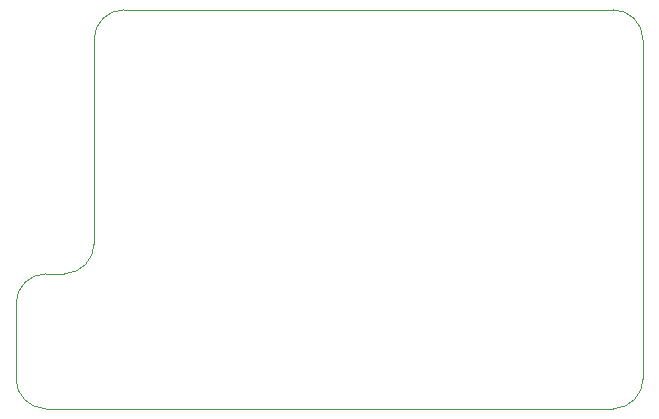
<source format=gbr>
G04 #@! TF.GenerationSoftware,KiCad,Pcbnew,(5.1.9)-1*
G04 #@! TF.CreationDate,2021-02-01T20:53:04+00:00*
G04 #@! TF.ProjectId,Amiga DF0 DF1 Switcher - Design A,416d6967-6120-4444-9630-204446312053,1*
G04 #@! TF.SameCoordinates,Original*
G04 #@! TF.FileFunction,Profile,NP*
%FSLAX46Y46*%
G04 Gerber Fmt 4.6, Leading zero omitted, Abs format (unit mm)*
G04 Created by KiCad (PCBNEW (5.1.9)-1) date 2021-02-01 20:53:04*
%MOMM*%
%LPD*%
G01*
G04 APERTURE LIST*
G04 #@! TA.AperFunction,Profile*
%ADD10C,0.050000*%
G04 #@! TD*
G04 APERTURE END LIST*
D10*
X130810000Y-141732000D02*
X132334000Y-141732000D01*
X134874000Y-139192000D02*
G75*
G02*
X132334000Y-141732000I-2540000J0D01*
G01*
X128270000Y-144272000D02*
X128270000Y-150622000D01*
X128270000Y-144272000D02*
G75*
G02*
X130810000Y-141732000I2540000J0D01*
G01*
X134874000Y-121920000D02*
G75*
G02*
X137414000Y-119380000I2540000J0D01*
G01*
X130810000Y-153162000D02*
G75*
G02*
X128270000Y-150622000I0J2540000D01*
G01*
X181356000Y-150622000D02*
G75*
G02*
X178816000Y-153162000I-2540000J0D01*
G01*
X178816000Y-119380000D02*
G75*
G02*
X181356000Y-121920000I0J-2540000D01*
G01*
X137414000Y-119380000D02*
X178816000Y-119380000D01*
X134874000Y-139192000D02*
X134874000Y-121920000D01*
X178816000Y-153162000D02*
X130810000Y-153162000D01*
X181356000Y-121920000D02*
X181356000Y-150622000D01*
M02*

</source>
